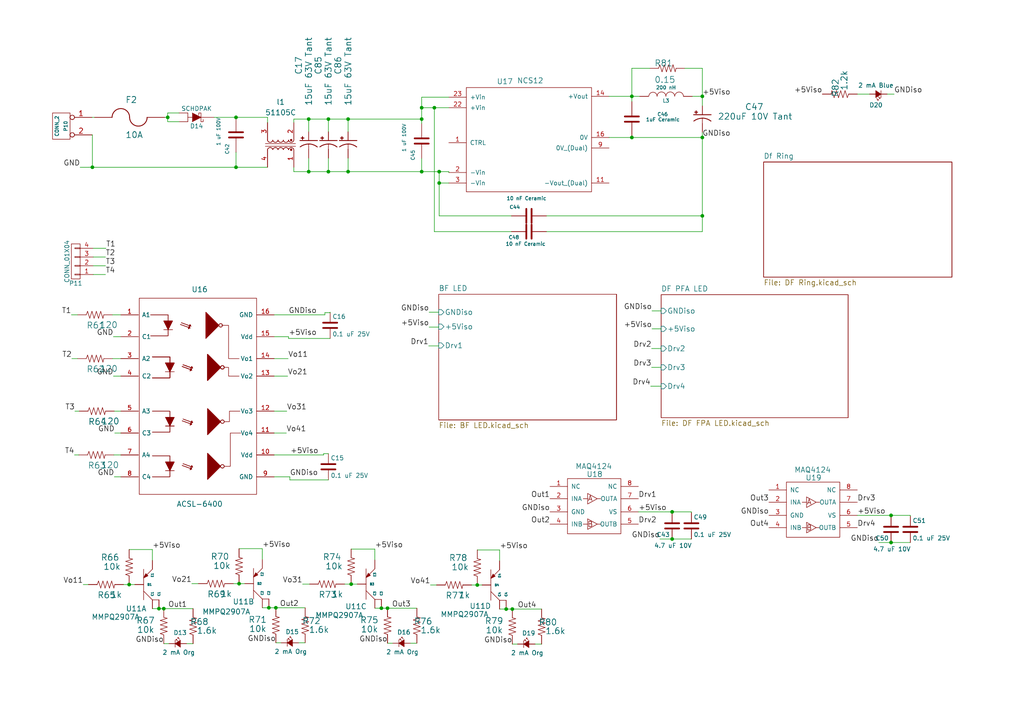
<source format=kicad_sch>
(kicad_sch (version 20230121) (generator eeschema)
  (paper "A4")
  (title_block (date "31 mar 2015"))
  (lib_symbols
    (symbol "SPCInterfaceBoard-v01-rescue:0.22OHM1/4W1%(0805)_0805" (pin_names (offset 2.54))
      (property "Reference" "R" (at -3.81 1.4986 0))
      (property "Value" "0.22OHM1/4W1%(0805)_0805" (at -3.81 -3.302 0))
      (symbol "0.22OHM1/4W1%(0805)_0805_0_0"
        (pin passive line (at -5.08 0 0) (length 2.54) (name "1") (number "1"))
        (pin passive line (at 5.08 0 180) (length 2.54) (name "2") (number "2"))
      )
    )
    (symbol "SPCInterfaceBoard-v01-rescue:10UF-TANT_EIA3216" (pin_names (offset 2.54))
      (property "Reference" "C" (at 1.016 0.635 0))
      (property "Value" "10UF-TANT_EIA3216" (at 1.016 -4.191 0))
      (symbol "10UF-TANT_EIA3216_0_0"
        (pin passive line (at 0 2.54 270) (length 2.54) (name "+") (number "1"))
        (pin passive line (at 0 -5.08 90) (length 2.54) (name "2") (number "2"))
      )
    )
    (symbol "SPCInterfaceBoard-v01-rescue:51105C" (pin_names (offset 1.016))
      (property "Reference" "l" (at 0 -10.414 0))
      (property "Value" "51105C" (at -0.254 12.446 0))
      (symbol "51105C_1_1"
        (pin input line (at 3.81 6.477 270) (length 5.08) (name "~") (number "1"))
        (pin input line (at 3.81 -6.477 90) (length 5.08) (name "~") (number "2"))
        (pin input line (at -3.81 -6.477 90) (length 5.08) (name "~") (number "3"))
        (pin input line (at -3.81 6.477 270) (length 5.08) (name "~") (number "4"))
      )
    )
    (symbol "SPCInterfaceBoard-v01-rescue:ACSL-6400" (pin_names (offset 1.016))
      (property "Reference" "U" (at 0 30.226 0))
      (property "Value" "ACSL-6400" (at 0 -32.004 0))
      (symbol "ACSL-6400_1_1"
        (pin input line (at -22.86 22.86 0) (length 5.08) (name "A1") (number "1"))
        (pin input line (at 21.59 -17.78 180) (length 5.08) (name "Vdd") (number "10"))
        (pin input line (at 21.59 -11.43 180) (length 5.08) (name "Vo4") (number "11"))
        (pin input line (at 21.59 -5.08 180) (length 5.08) (name "Vo3") (number "12"))
        (pin input line (at 21.59 5.08 180) (length 5.08) (name "Vo2") (number "13"))
        (pin input line (at 21.59 10.16 180) (length 5.08) (name "Vo1") (number "14"))
        (pin input line (at 21.59 16.51 180) (length 5.08) (name "Vdd") (number "15"))
        (pin input line (at 21.59 22.86 180) (length 5.08) (name "GND") (number "16"))
        (pin input line (at -22.86 16.51 0) (length 5.08) (name "C1") (number "2"))
        (pin input line (at -22.86 10.16 0) (length 5.08) (name "A2") (number "3"))
        (pin input line (at -22.86 5.08 0) (length 5.08) (name "C2") (number "4"))
        (pin input line (at -22.86 -5.08 0) (length 5.08) (name "A3") (number "5"))
        (pin input line (at -22.86 -11.43 0) (length 5.08) (name "C3") (number "6"))
        (pin input line (at -22.86 -17.78 0) (length 5.08) (name "A4") (number "7"))
        (pin input line (at -22.86 -24.13 0) (length 5.08) (name "C4") (number "8"))
        (pin input line (at 21.59 -24.13 180) (length 5.08) (name "GND") (number "9"))
      )
    )
    (symbol "SPCInterfaceBoard-v01-rescue:C" (pin_numbers hide) (pin_names (offset 0.254))
      (property "Reference" "C" (at 0.635 2.54 0))
      (property "Value" "C" (at 0.635 -2.54 0))
      (symbol "C_1_1"
        (pin passive line (at 0 3.81 270) (length 2.794) (name "~") (number "1"))
        (pin passive line (at 0 -3.81 90) (length 2.794) (name "~") (number "2"))
      )
    )
    (symbol "SPCInterfaceBoard-v01-rescue:C-RESCUE-SPCControlBoard-v02" (pin_numbers hide) (pin_names (offset 0.254))
      (property "Reference" "C" (at 0 2.54 0))
      (property "Value" "C-RESCUE-SPCControlBoard-v02" (at 0.1524 -2.159 0))
      (symbol "C-RESCUE-SPCControlBoard-v02_1_1"
        (pin passive line (at 0 5.08 270) (length 4.318) (name "~") (number "1"))
        (pin passive line (at 0 -5.08 90) (length 4.318) (name "~") (number "2"))
      )
    )
    (symbol "SPCInterfaceBoard-v01-rescue:CONN_01X04" (pin_names (offset 1.016) hide)
      (property "Reference" "P" (at 0 6.35 0))
      (property "Value" "CONN_01X04" (at 2.54 0 90))
      (symbol "CONN_01X04_1_1"
        (pin passive line (at -5.08 3.81 0) (length 3.81) (name "P1") (number "1"))
        (pin passive line (at -5.08 1.27 0) (length 3.81) (name "P2") (number "2"))
        (pin passive line (at -5.08 -1.27 0) (length 3.81) (name "P3") (number "3"))
        (pin passive line (at -5.08 -3.81 0) (length 3.81) (name "P4") (number "4"))
      )
    )
    (symbol "SPCInterfaceBoard-v01-rescue:CONN_2" (pin_names (offset 1.016) hide)
      (property "Reference" "P" (at -1.27 0 90))
      (property "Value" "CONN_2" (at 1.27 0 90))
      (symbol "CONN_2_1_1"
        (pin passive inverted (at -8.89 2.54 0) (length 6.35) (name "P1") (number "1"))
        (pin passive inverted (at -8.89 -2.54 0) (length 6.35) (name "PM") (number "2"))
      )
    )
    (symbol "SPCInterfaceBoard-v01-rescue:FUSEX20MM_FUSE_5MM" (pin_names (offset 2.54))
      (property "Reference" "U" (at -10.16 2.54 0))
      (property "Value" "FUSEX20MM_FUSE_5MM" (at 5.08 2.54 0))
      (symbol "FUSEX20MM_FUSE_5MM_0_0"
        (pin bidirectional line (at -10.16 0 0) (length 5.08) (name "1") (number "1"))
        (pin bidirectional line (at 10.16 0 180) (length 5.08) (name "2") (number "2"))
      )
    )
    (symbol "SPCInterfaceBoard-v01-rescue:INDUCTOR" (pin_numbers hide) (pin_names (offset 1.016) hide)
      (property "Reference" "L" (at -1.27 0 90))
      (property "Value" "INDUCTOR" (at 2.54 0 90))
      (symbol "INDUCTOR_1_1"
        (pin passive line (at 0 7.62 270) (length 2.54) (name "1") (number "1"))
        (pin passive line (at 0 -7.62 90) (length 2.54) (name "2") (number "2"))
      )
    )
    (symbol "SPCInterfaceBoard-v01-rescue:Led_Small" (pin_numbers hide) (pin_names (offset 0.254) hide)
      (property "Reference" "D" (at -1.27 3.175 0))
      (property "Value" "Led_Small" (at -4.445 -2.54 0))
      (symbol "Led_Small_1_1"
        (pin passive line (at -2.54 0 0) (length 1.778) (name "K") (number "1"))
        (pin passive line (at 2.54 0 180) (length 1.778) (name "A") (number "2"))
      )
    )
    (symbol "SPCInterfaceBoard-v01-rescue:MAQ4124" (pin_names (offset 1.016))
      (property "Reference" "U" (at 0 8.89 0))
      (property "Value" "MAQ4124" (at -0.254 11.176 0))
      (symbol "MAQ4124_0_0"
        (text "A" (at -1.27 1.905 0) (effects (font (size 1.524 1.524))))
        (text "B" (at -1.27 -5.588 0) (effects (font (size 1.524 1.524))))
      )
      (symbol "MAQ4124_1_1"
        (pin input line (at -12.954 5.334 0) (length 5.08) (name "NC") (number "1"))
        (pin input line (at -12.954 1.778 0) (length 5.08) (name "INA") (number "2"))
        (pin input line (at -12.954 -2.032 0) (length 5.08) (name "GND") (number "3"))
        (pin input line (at -12.954 -5.588 0) (length 5.08) (name "INB") (number "4"))
        (pin input line (at 12.7 -5.588 180) (length 5.08) (name "OUTB") (number "5"))
        (pin input line (at 12.7 -2.032 180) (length 5.08) (name "VS") (number "6"))
        (pin input line (at 12.7 1.778 180) (length 5.08) (name "OUTA") (number "7"))
        (pin input line (at 12.7 5.334 180) (length 5.08) (name "NC") (number "8"))
      )
    )
    (symbol "SPCInterfaceBoard-v01-rescue:MMPQ2907A" (pin_names (offset 1.016))
      (property "Reference" "U" (at 0 -12.7 0))
      (property "Value" "MMPQ2907A" (at 0 11.43 0))
      (symbol "MMPQ2907A_1_1"
        (pin passive line (at 0 -6.985 90) (length 2.54) (name "C1") (number "1"))
        (pin passive line (at -5.08 0 0) (length 2.54) (name "B1") (number "15"))
        (pin passive line (at 0 6.985 270) (length 2.54) (name "E1") (number "16"))
        (pin passive line (at 1.905 -6.985 90) (length 2.54) (name "C1") (number "2"))
      )
      (symbol "MMPQ2907A_2_1"
        (pin passive line (at -5.08 0 0) (length 2.54) (name "B2") (number "13"))
        (pin passive line (at 0 6.985 270) (length 2.54) (name "E2") (number "14"))
        (pin passive line (at 0 -6.985 90) (length 2.54) (name "C2") (number "3"))
        (pin passive line (at 1.905 -6.985 90) (length 2.54) (name "C2") (number "4"))
      )
      (symbol "MMPQ2907A_3_1"
        (pin passive line (at -5.08 0 0) (length 2.54) (name "B3") (number "11"))
        (pin passive line (at 0 6.985 270) (length 2.54) (name "E3") (number "12"))
        (pin passive line (at 0 -6.985 90) (length 2.54) (name "C3") (number "5"))
        (pin passive line (at 1.905 -6.985 90) (length 2.54) (name "C3") (number "6"))
      )
      (symbol "MMPQ2907A_4_1"
        (pin passive line (at 0 6.985 270) (length 2.54) (name "E4") (number "10"))
        (pin passive line (at 0 -6.985 90) (length 2.54) (name "C4") (number "7"))
        (pin passive line (at 1.905 -6.985 90) (length 2.54) (name "C4") (number "8"))
        (pin passive line (at -5.08 0 0) (length 2.54) (name "B4") (number "9"))
      )
    )
    (symbol "SPCInterfaceBoard-v01-rescue:NCS12" (pin_names (offset 1.016))
      (property "Reference" "U" (at 0 -16.764 0))
      (property "Value" "NCS12" (at 0 18.034 0))
      (symbol "NCS12_1_1"
        (pin input line (at -23.622 0 0) (length 5.08) (name "CTRL") (number "1"))
        (pin input line (at 22.86 -11.684 180) (length 5.08) (name "-Vout_(Dual)") (number "11"))
        (pin input line (at 22.86 13.462 180) (length 5.08) (name "+Vout") (number "14"))
        (pin input line (at 22.86 1.524 180) (length 5.08) (name "0V") (number "16"))
        (pin input line (at -23.622 -8.636 0) (length 5.08) (name "-Vin") (number "2"))
        (pin input line (at -23.622 10.16 0) (length 5.08) (name "+Vin") (number "22"))
        (pin input line (at -23.622 13.208 0) (length 5.08) (name "+Vin") (number "23"))
        (pin input line (at -23.622 -11.684 0) (length 5.08) (name "-Vin") (number "3"))
        (pin input line (at 22.86 -1.524 180) (length 5.08) (name "0V_(Dual)") (number "9"))
      )
    )
    (symbol "SPCInterfaceBoard-v01-rescue:RESISTOR0805-RES_0805" (pin_names (offset 2.54))
      (property "Reference" "R" (at -3.81 1.4986 0))
      (property "Value" "RESISTOR0805-RES_0805" (at -3.81 -3.302 0))
      (symbol "RESISTOR0805-RES_0805_0_0"
        (pin passive line (at -5.08 0 0) (length 2.54) (name "1") (number "1"))
        (pin passive line (at 5.08 0 180) (length 2.54) (name "2") (number "2"))
      )
    )
    (symbol "SPCInterfaceBoard-v01-rescue:SCHDPAK" (pin_numbers hide) (pin_names (offset 1.016) hide)
      (property "Reference" "D" (at 0 2.54 0))
      (property "Value" "SCHDPAK" (at 0 -2.54 0))
      (symbol "SCHDPAK_1_1"
        (pin passive line (at 5.08 -1.27 180) (length 2.54) (name "A") (number "1"))
        (pin passive line (at -5.08 0 0) (length 3.81) (name "K") (number "2"))
        (pin input line (at 5.08 1.27 180) (length 2.54) (name "A") (number "3"))
      )
    )
  )
  (junction (at 112.395 176.403))
  (junction (at 122.301 31.242))
  (junction (at 203.708 39.878))
  (junction (at 122.301 49.784))
  (junction (at 203.708 62.611))
  (junction (at 46.101 176.53))
  (junction (at 127.381 49.784))
  (junction (at 148.59 176.657))
  (junction (at 77.978 176.276))
  (junction (at 110.617 176.403))
  (junction (at 80.01 176.276))
  (junction (at 183.261 27.94))
  (junction (at 122.301 34.544))
  (junction (at 68.453 34.036))
  (junction (at 89.535 34.544))
  (junction (at 95.25 34.544))
  (junction (at 95.25 49.784))
  (junction (at 183.261 39.878))
  (junction (at 258.445 157.353))
  (junction (at 258.445 149.479))
  (junction (at 48.641 34.036))
  (junction (at 101.854 169.418))
  (junction (at 138.43 169.672))
  (junction (at 68.453 48.514))
  (junction (at 100.965 49.784))
  (junction (at 89.535 49.784))
  (junction (at 26.797 48.514))
  (junction (at 37.465 169.545))
  (junction (at 127.381 53.086))
  (junction (at 69.342 169.291))
  (junction (at 125.984 31.242))
  (junction (at 47.498 176.53))
  (junction (at 146.812 176.657))
  (junction (at 203.708 27.94))
  (junction (at 194.945 156.337))
  (junction (at 100.965 34.544))
  (junction (at 194.945 148.463))
  (wire (pts (xy 21.59 131.953) (xy 22.86 131.953)))
  (wire (pts (xy 122.301 28.194) (xy 122.301 31.242)))
  (wire (pts (xy 95.25 38.227) (xy 95.25 34.544)))
  (wire (pts (xy 122.301 45.974) (xy 122.301 49.784)))
  (wire (pts (xy 127.381 53.086) (xy 127.381 62.611)))
  (wire (pts (xy 157.099 186.817) (xy 155.194 186.817)))
  (wire (pts (xy 130.175 28.194) (xy 122.301 28.194)))
  (wire (pts (xy 85.217 49.784) (xy 89.535 49.784)))
  (wire (pts (xy 144.907 159.512) (xy 144.907 162.687)))
  (wire (pts (xy 68.453 34.036) (xy 77.597 34.036)))
  (wire (pts (xy 88.519 186.436) (xy 86.614 186.436)))
  (wire (pts (xy 47.752 34.036) (xy 48.641 34.036)))
  (wire (pts (xy 27.051 74.549) (xy 30.607 74.549)))
  (wire (pts (xy 258.445 149.479) (xy 264.033 149.479)))
  (wire (pts (xy 84.074 138.303) (xy 84.074 139.192)))
  (wire (pts (xy 124.333 100.33) (xy 127.254 100.33)))
  (wire (pts (xy 148.59 186.817) (xy 150.114 186.817)))
  (wire (pts (xy 185.166 148.463) (xy 194.945 148.463)))
  (wire (pts (xy 146.812 176.657) (xy 148.59 176.657)))
  (wire (pts (xy 44.196 176.53) (xy 46.101 176.53)))
  (wire (pts (xy 30.734 72.009) (xy 27.051 72.009)))
  (wire (pts (xy 77.597 34.036) (xy 77.597 35.56)))
  (wire (pts (xy 125.984 31.242) (xy 130.175 31.242)))
  (wire (pts (xy 47.498 186.69) (xy 49.022 186.69)))
  (wire (pts (xy 122.301 34.544) (xy 122.301 35.814)))
  (wire (pts (xy 124.46 90.551) (xy 127.254 90.551)))
  (wire (pts (xy 183.261 39.878) (xy 183.261 39.624)))
  (wire (pts (xy 108.712 176.403) (xy 110.617 176.403)))
  (wire (pts (xy 33.147 138.303) (xy 35.052 138.303)))
  (wire (pts (xy 22.479 91.313) (xy 20.701 91.313)))
  (wire (pts (xy 37.465 169.545) (xy 39.116 169.545)))
  (wire (pts (xy 183.261 19.812) (xy 183.261 27.94)))
  (wire (pts (xy 69.342 159.131) (xy 76.073 159.131)))
  (wire (pts (xy 257.302 27.305) (xy 259.334 27.305)))
  (wire (pts (xy 112.395 176.403) (xy 120.904 176.403)))
  (wire (pts (xy 94.234 90.678) (xy 95.758 90.678)))
  (wire (pts (xy 33.02 131.953) (xy 35.052 131.953)))
  (wire (pts (xy 94.234 91.313) (xy 94.234 90.678)))
  (wire (pts (xy 183.261 19.812) (xy 188.468 19.812)))
  (wire (pts (xy 124.46 94.869) (xy 127.254 94.869)))
  (wire (pts (xy 95.758 90.678) (xy 95.758 90.551)))
  (wire (pts (xy 85.217 35.56) (xy 85.217 34.544)))
  (wire (pts (xy 189.103 90.17) (xy 191.77 90.17)))
  (wire (pts (xy 68.453 48.514) (xy 68.453 44.196)))
  (wire (pts (xy 26.797 39.116) (xy 26.797 48.514)))
  (wire (pts (xy 83.693 97.663) (xy 83.693 98.171)))
  (wire (pts (xy 80.01 186.436) (xy 81.534 186.436)))
  (wire (pts (xy 127.254 100.33) (xy 127.254 100.203)))
  (wire (pts (xy 23.241 48.514) (xy 26.797 48.514)))
  (wire (pts (xy 79.502 104.013) (xy 83.566 104.013)))
  (wire (pts (xy 68.453 48.514) (xy 77.597 48.514)))
  (wire (pts (xy 101.854 159.258) (xy 108.712 159.258)))
  (wire (pts (xy 79.502 119.253) (xy 83.185 119.253)))
  (wire (pts (xy 95.25 34.544) (xy 100.965 34.544)))
  (wire (pts (xy 189.103 95.377) (xy 191.77 95.377)))
  (wire (pts (xy 101.854 169.418) (xy 103.632 169.418)))
  (wire (pts (xy 248.666 27.305) (xy 252.222 27.305)))
  (wire (pts (xy 26.797 48.514) (xy 68.453 48.514)))
  (wire (pts (xy 32.893 109.093) (xy 35.052 109.093)))
  (wire (pts (xy 67.691 169.291) (xy 69.342 169.291)))
  (wire (pts (xy 183.261 27.94) (xy 185.547 27.94)))
  (wire (pts (xy 21.717 119.253) (xy 22.987 119.253)))
  (wire (pts (xy 26.67 39.116) (xy 26.797 39.116)))
  (wire (pts (xy 76.073 176.276) (xy 77.978 176.276)))
  (wire (pts (xy 55.626 169.291) (xy 57.531 169.291)))
  (wire (pts (xy 33.147 119.253) (xy 35.052 119.253)))
  (wire (pts (xy 200.787 27.94) (xy 203.708 27.94)))
  (wire (pts (xy 194.945 148.463) (xy 200.533 148.463)))
  (wire (pts (xy 138.43 169.672) (xy 139.827 169.672)))
  (wire (pts (xy 191.389 156.337) (xy 194.945 156.337)))
  (wire (pts (xy 183.261 39.878) (xy 203.708 39.878)))
  (wire (pts (xy 136.779 169.672) (xy 138.43 169.672)))
  (wire (pts (xy 176.657 27.94) (xy 183.261 27.94)))
  (wire (pts (xy 127.381 62.611) (xy 148.336 62.611)))
  (wire (pts (xy 48.641 35.306) (xy 51.943 35.306)))
  (wire (pts (xy 183.261 27.94) (xy 183.261 29.464)))
  (wire (pts (xy 176.657 39.878) (xy 183.261 39.878)))
  (wire (pts (xy 127.381 49.784) (xy 130.175 49.784)))
  (wire (pts (xy 258.445 157.353) (xy 264.033 157.353)))
  (wire (pts (xy 188.976 106.553) (xy 191.77 106.553)))
  (wire (pts (xy 100.965 34.544) (xy 122.301 34.544)))
  (wire (pts (xy 32.639 91.313) (xy 35.052 91.313)))
  (wire (pts (xy 35.814 169.545) (xy 37.465 169.545)))
  (wire (pts (xy 125.984 67.183) (xy 125.984 31.242)))
  (wire (pts (xy 203.708 39.878) (xy 203.708 62.611)))
  (wire (pts (xy 148.59 176.657) (xy 157.099 176.657)))
  (wire (pts (xy 198.628 19.812) (xy 203.708 19.812)))
  (wire (pts (xy 95.25 45.847) (xy 95.25 49.784)))
  (wire (pts (xy 79.502 109.093) (xy 83.439 109.093)))
  (wire (pts (xy 85.217 48.514) (xy 85.217 49.784)))
  (wire (pts (xy 48.641 32.766) (xy 51.943 32.766)))
  (wire (pts (xy 76.073 159.131) (xy 76.073 162.306)))
  (wire (pts (xy 26.67 34.036) (xy 27.432 34.036)))
  (wire (pts (xy 83.693 98.171) (xy 95.758 98.171)))
  (wire (pts (xy 89.535 38.227) (xy 89.535 34.544)))
  (wire (pts (xy 122.301 31.242) (xy 122.301 34.544)))
  (wire (pts (xy 77.978 176.276) (xy 80.01 176.276)))
  (wire (pts (xy 95.25 49.784) (xy 100.965 49.784)))
  (wire (pts (xy 124.841 169.672) (xy 126.619 169.672)))
  (wire (pts (xy 127.381 53.086) (xy 130.175 53.086)))
  (wire (pts (xy 89.535 49.784) (xy 95.25 49.784)))
  (wire (pts (xy 79.502 125.603) (xy 83.058 125.603)))
  (wire (pts (xy 99.949 169.418) (xy 101.854 169.418)))
  (wire (pts (xy 122.301 49.784) (xy 127.381 49.784)))
  (wire (pts (xy 203.708 27.94) (xy 203.708 30.734)))
  (wire (pts (xy 108.712 159.258) (xy 108.712 162.433)))
  (wire (pts (xy 191.77 112.014) (xy 188.722 112.014)))
  (wire (pts (xy 258.445 149.479) (xy 258.445 149.733)))
  (wire (pts (xy 37.465 159.385) (xy 44.196 159.385)))
  (wire (pts (xy 62.103 34.036) (xy 68.453 34.036)))
  (wire (pts (xy 84.074 138.303) (xy 79.502 138.303)))
  (wire (pts (xy 203.708 62.611) (xy 203.708 67.183)))
  (wire (pts (xy 33.274 125.603) (xy 35.052 125.603)))
  (wire (pts (xy 194.945 148.463) (xy 194.945 148.717)))
  (wire (pts (xy 27.051 79.629) (xy 30.607 79.629)))
  (wire (pts (xy 47.498 176.53) (xy 56.007 176.53)))
  (wire (pts (xy 248.666 149.479) (xy 258.445 149.479)))
  (wire (pts (xy 127.381 49.784) (xy 127.381 53.086)))
  (wire (pts (xy 203.708 62.611) (xy 158.496 62.611)))
  (wire (pts (xy 79.502 91.313) (xy 94.234 91.313)))
  (wire (pts (xy 138.43 159.512) (xy 144.907 159.512)))
  (wire (pts (xy 80.01 176.276) (xy 88.519 176.276)))
  (wire (pts (xy 122.301 31.242) (xy 125.984 31.242)))
  (wire (pts (xy 203.708 67.183) (xy 158.496 67.183)))
  (wire (pts (xy 79.502 97.663) (xy 83.693 97.663)))
  (wire (pts (xy 89.535 45.847) (xy 89.535 49.784)))
  (wire (pts (xy 89.535 34.544) (xy 95.25 34.544)))
  (wire (pts (xy 254.889 157.353) (xy 258.445 157.353)))
  (wire (pts (xy 32.893 97.663) (xy 35.052 97.663)))
  (wire (pts (xy 48.641 32.766) (xy 48.641 34.036)))
  (wire (pts (xy 87.757 169.418) (xy 89.789 169.418)))
  (wire (pts (xy 32.639 104.013) (xy 35.052 104.013)))
  (wire (pts (xy 79.502 131.953) (xy 93.853 131.953)))
  (wire (pts (xy 144.907 176.657) (xy 146.812 176.657)))
  (wire (pts (xy 84.074 139.192) (xy 95.25 139.192)))
  (wire (pts (xy 93.853 131.572) (xy 95.25 131.572)))
  (wire (pts (xy 203.708 38.354) (xy 203.708 39.878)))
  (wire (pts (xy 24.13 169.545) (xy 25.654 169.545)))
  (wire (pts (xy 100.965 45.847) (xy 100.965 49.784)))
  (wire (pts (xy 69.342 169.291) (xy 70.993 169.291)))
  (wire (pts (xy 110.617 176.403) (xy 112.395 176.403)))
  (wire (pts (xy 85.217 34.544) (xy 89.535 34.544)))
  (wire (pts (xy 20.828 104.013) (xy 22.479 104.013)))
  (wire (pts (xy 44.196 159.385) (xy 44.196 162.56)))
  (wire (pts (xy 93.853 131.953) (xy 93.853 131.572)))
  (wire (pts (xy 46.101 176.53) (xy 47.498 176.53)))
  (wire (pts (xy 100.965 49.784) (xy 122.301 49.784)))
  (wire (pts (xy 48.641 34.036) (xy 48.641 35.306)))
  (wire (pts (xy 56.007 186.69) (xy 54.102 186.69)))
  (wire (pts (xy 194.945 156.337) (xy 200.533 156.337)))
  (wire (pts (xy 100.965 38.227) (xy 100.965 34.544)))
  (wire (pts (xy 264.033 149.479) (xy 264.033 149.733)))
  (wire (pts (xy 120.904 186.563) (xy 118.999 186.563)))
  (wire (pts (xy 130.175 49.784) (xy 130.175 50.038)))
  (wire (pts (xy 148.336 67.183) (xy 125.984 67.183)))
  (wire (pts (xy 127.254 94.869) (xy 127.254 94.742)))
  (wire (pts (xy 188.976 101.092) (xy 191.77 101.092)))
  (wire (pts (xy 27.051 77.089) (xy 30.607 77.089)))
  (wire (pts (xy 200.533 148.463) (xy 200.533 148.717)))
  (wire (pts (xy 112.395 186.563) (xy 113.919 186.563)))
  (wire (pts (xy 203.708 19.812) (xy 203.708 27.94)))
  (label "Out1" (at 48.768 176.53 0) (effects (font (size 1.524 1.524))))
  (label "+5Viso" (at 185.166 148.463 0) (effects (font (size 1.524 1.524))))
  (label "Drv3" (at 188.976 106.553 180) (effects (font (size 1.524 1.524))))
  (label "Drv1" (at 185.166 144.653 0) (effects (font (size 1.524 1.524))))
  (label "Drv2" (at 185.166 152.019 0) (effects (font (size 1.524 1.524))))
  (label "Out4" (at 150.114 176.657 0) (effects (font (size 1.524 1.524))))
  (label "+5Viso" (at 238.506 27.305 180) (effects (font (size 1.524 1.524))))
  (label "GND" (at 23.241 48.514 180) (effects (font (size 1.524 1.524))))
  (label "T4" (at 21.59 131.953 180) (effects (font (size 1.524 1.524))))
  (label "Out3" (at 113.665 176.403 0) (effects (font (size 1.524 1.524))))
  (label "Drv4" (at 248.666 153.035 0) (effects (font (size 1.524 1.524))))
  (label "+5Viso" (at 203.708 27.94 0) (effects (font (size 1.524 1.524))))
  (label "T2" (at 20.828 104.013 180) (effects (font (size 1.524 1.524))))
  (label "+5Viso" (at 108.712 159.258 0) (effects (font (size 1.524 1.524))))
  (label "+5Viso" (at 248.666 149.479 0) (effects (font (size 1.524 1.524))))
  (label "GNDiso" (at 83.693 91.313 0) (effects (font (size 1.524 1.524))))
  (label "+5Viso" (at 144.907 159.512 0) (effects (font (size 1.524 1.524))))
  (label "T2" (at 30.607 74.549 0) (effects (font (size 1.524 1.524))))
  (label "Out3" (at 223.012 145.669 180) (effects (font (size 1.524 1.524))))
  (label "GNDiso" (at 259.334 27.305 0) (effects (font (size 1.524 1.524))))
  (label "Vo41" (at 124.841 169.672 180) (effects (font (size 1.524 1.524))))
  (label "GNDiso" (at 189.103 90.17 180) (effects (font (size 1.524 1.524))))
  (label "GNDiso" (at 148.59 186.817 180) (effects (font (size 1.524 1.524))))
  (label "Drv4" (at 188.722 112.014 180) (effects (font (size 1.524 1.524))))
  (label "+5Viso" (at 83.693 97.663 0) (effects (font (size 1.524 1.524))))
  (label "GNDiso" (at 203.708 39.878 0) (effects (font (size 1.524 1.524))))
  (label "GNDiso" (at 47.498 186.69 180) (effects (font (size 1.524 1.524))))
  (label "T4" (at 30.607 79.629 0) (effects (font (size 1.524 1.524))))
  (label "GND" (at 33.147 138.303 180) (effects (font (size 1.524 1.524))))
  (label "Vo11" (at 24.13 169.545 180) (effects (font (size 1.524 1.524))))
  (label "GNDiso" (at 112.395 186.563 180) (effects (font (size 1.524 1.524))))
  (label "Out4" (at 223.012 153.035 180) (effects (font (size 1.524 1.524))))
  (label "+5Viso" (at 84.201 131.953 0) (effects (font (size 1.524 1.524))))
  (label "Drv3" (at 248.666 145.669 0) (effects (font (size 1.524 1.524))))
  (label "GND" (at 32.893 97.663 180) (effects (font (size 1.524 1.524))))
  (label "T1" (at 20.701 91.313 180) (effects (font (size 1.524 1.524))))
  (label "+5Viso" (at 189.103 95.377 180) (effects (font (size 1.524 1.524))))
  (label "Vo31" (at 83.185 119.253 0) (effects (font (size 1.524 1.524))))
  (label "GNDiso" (at 80.01 186.436 180) (effects (font (size 1.524 1.524))))
  (label "GNDiso" (at 254.889 157.353 180) (effects (font (size 1.524 1.524))))
  (label "GND" (at 32.893 109.093 180) (effects (font (size 1.524 1.524))))
  (label "T3" (at 21.717 119.253 180) (effects (font (size 1.524 1.524))))
  (label "GNDiso" (at 223.012 149.479 180) (effects (font (size 1.524 1.524))))
  (label "Out2" (at 159.512 152.019 180) (effects (font (size 1.524 1.524))))
  (label "GNDiso" (at 84.074 138.303 0) (effects (font (size 1.524 1.524))))
  (label "Out2" (at 81.153 176.276 0) (effects (font (size 1.524 1.524))))
  (label "GNDiso" (at 159.512 148.463 180) (effects (font (size 1.524 1.524))))
  (label "Vo11" (at 83.566 104.013 0) (effects (font (size 1.524 1.524))))
  (label "+5Viso" (at 76.073 159.131 0) (effects (font (size 1.524 1.524))))
  (label "Vo21" (at 83.439 109.093 0) (effects (font (size 1.524 1.524))))
  (label "GNDiso" (at 191.389 156.337 180) (effects (font (size 1.524 1.524))))
  (label "Out1" (at 159.512 144.653 180) (effects (font (size 1.524 1.524))))
  (label "Vo31" (at 87.757 169.418 180) (effects (font (size 1.524 1.524))))
  (label "Drv1" (at 124.333 100.33 180) (effects (font (size 1.524 1.524))))
  (label "Vo21" (at 55.626 169.291 180) (effects (font (size 1.524 1.524))))
  (label "+5Viso" (at 124.46 94.869 180) (effects (font (size 1.524 1.524))))
  (label "GND" (at 33.274 125.603 180) (effects (font (size 1.524 1.524))))
  (label "Drv2" (at 188.976 101.092 180) (effects (font (size 1.524 1.524))))
  (label "Vo41" (at 83.058 125.603 0) (effects (font (size 1.524 1.524))))
  (label "+5Viso" (at 44.196 159.385 0) (effects (font (size 1.524 1.524))))
  (label "GNDiso" (at 124.46 90.551 180) (effects (font (size 1.524 1.524))))
  (label "T3" (at 30.607 77.089 0) (effects (font (size 1.524 1.524))))
  (label "T1" (at 30.734 72.009 0) (effects (font (size 1.524 1.524))))
  (symbol (lib_id "SPCInterfaceBoard-v01-rescue:FUSEX20MM_FUSE_5MM") (at 37.592 34.036 0) (unit 1)
    (property "Reference" "F2" (at 36.322 28.956 0) (effects (font (size 1.778 1.778)) (justify left)))
    (property "Value" "10A" (at 36.322 39.116 0) (effects (font (size 1.778 1.778)) (justify left)))
    (property "Footprint" "SMD_Packages:Fuse_SMD" (effects hide))
    (property "Datasheet" "http://www.littelfuse.com/~/media/electronics/datasheets/fuses/littelfuse_fuse_154_154t_154l_154tl_datasheet.pdf.pdf" (effects hide))
    (property "Link" "http://www.digikey.com/product-detail/en/01550900M/F1889-ND/2519878" (effects hide))
  )
  (symbol (lib_id "SPCInterfaceBoard-v01-rescue:C-RESCUE-SPCControlBoard-v02") (at 183.261 34.544 0) (unit 1)
    (property "Reference" "C46" (at 190.627 33.147 0) (effects (font (size 1.016 1.016)) (justify left)))
    (property "Value" "1uF Ceramic" (at 187.325 34.671 0) (effects (font (size 1.016 1.016)) (justify left)))
    (property "Footprint" "SPCInterfaceBoard-SPCPWSSC:c_0805" (effects hide))
    (property "Datasheet" "http://www.kemet.com/docfinder?Partnumber=C1210C105J5RACTU" (effects hide))
    (property "Link" "http://www.digikey.com/product-detail/en/C1210C105J5RACTU/399-9399-1-ND/3522917" (effects hide))
  )
  (symbol (lib_id "SPCInterfaceBoard-v01-rescue:10UF-TANT_EIA3216") (at 203.708 33.274 0) (unit 1)
    (property "Reference" "C47" (at 216.027 30.988 0) (effects (font (size 1.778 1.778)) (justify left)))
    (property "Value" "220uF 10V Tant" (at 208.153 33.782 0) (effects (font (size 1.778 1.778)) (justify left)))
    (property "Footprint" "Capacitors_Tantalum_SMD:TantalC_SizeD_EIA-7343_Reflow" (effects hide))
    (property "Datasheet" "http://www.kemet.com/Lists/ProductCatalog/Attachments/421/KEM_T2015_T520.pdf" (effects hide))
    (property "Link" "http://www.digikey.com/product-detail/en/T520D227M010ATE040/399-4047-1-ND/819372" (effects hide))
  )
  (symbol (lib_id "SPCInterfaceBoard-v01-rescue:0.22OHM1/4W1%(0805)_0805") (at 193.548 19.812 0) (unit 1)
    (property "Reference" "R81" (at 189.738 18.3134 0) (effects (font (size 1.778 1.778)) (justify left)))
    (property "Value" "0.15" (at 189.738 23.114 0) (effects (font (size 1.778 1.778)) (justify left)))
    (property "Footprint" "w_smd_resistors:r_1206" (effects hide))
    (property "Datasheet" "http://www.te.com/commerce/DocumentDelivery/DDEController?Action=srchrtrv&DocNm=1773269&DocType=DS&DocLang=English" (effects hide))
    (property "Link" "http://www.digikey.com/product-detail/en/6-1622825-7/A103270CT-ND/2728545" (effects hide))
  )
  (symbol (lib_id "SPCInterfaceBoard-v01-rescue:INDUCTOR") (at 193.167 27.94 90) (unit 1)
    (property "Reference" "L3" (at 193.167 29.21 90) (effects (font (size 1.016 1.016))))
    (property "Value" "200 nH" (at 193.167 25.4 90) (effects (font (size 1.016 1.016))))
    (property "Footprint" "librarian_footprints:IHLP-1212BZ-11" (effects hide))
    (property "Datasheet" "http://www.vishay.com/docs/34289/lp12bz11.pdf" (effects hide))
    (property "Link" "http://www.digikey.com/product-detail/en/IHLP1212BZERR22M11/541-1314-1-ND/2273371" (effects hide))
  )
  (symbol (lib_id "SPCInterfaceBoard-v01-rescue:C-RESCUE-SPCControlBoard-v02") (at 153.416 62.611 90) (unit 1)
    (property "Reference" "C44" (at 150.876 60.071 90) (effects (font (size 1.016 1.016)) (justify left)))
    (property "Value" "10 nF Ceramic" (at 158.496 57.531 90) (effects (font (size 1.016 1.016)) (justify left)))
    (property "Footprint" "Capacitors_SMD:C_1210" (effects hide))
    (property "Datasheet" "http://www.digikey.com/product-detail/en/C3225C0G2E103J160AA/445-2350-1-ND/789859" (effects hide))
  )
  (symbol (lib_id "SPCInterfaceBoard-v01-rescue:CONN_2") (at 17.78 36.576 0) (mirror y) (unit 1)
    (property "Reference" "P10" (at 19.05 36.576 90) (effects (font (size 1.016 1.016))))
    (property "Value" "CONN_2" (at 16.51 36.576 90) (effects (font (size 1.016 1.016))))
    (property "Footprint" "w_conn_mpt:mpt_0,5%2f2-2,54" (effects hide))
  )
  (symbol (lib_id "SPCInterfaceBoard-v01-rescue:ACSL-6400") (at 57.912 114.173 0) (unit 1)
    (property "Reference" "U16" (at 57.912 83.947 0) (effects (font (size 1.524 1.524))))
    (property "Value" "ACSL-6400" (at 57.912 146.177 0) (effects (font (size 1.524 1.524))))
    (property "Footprint" "Housings_SOIC:SOIC-16_3.9x9.9mm_Pitch1.27mm" (effects hide))
  )
  (symbol (lib_id "SPCInterfaceBoard-v01-rescue:C") (at 95.758 94.361 0) (unit 1)
    (property "Reference" "C16" (at 96.393 91.821 0) (effects (justify left)))
    (property "Value" "0.1 uF 25V" (at 96.393 96.901 0) (effects (justify left)))
    (property "Footprint" "SPCInterfaceBoard-SPCPWSSC:c_0603" (effects hide))
    (property "Datasheet" "http://www.digikey.com/product-detail/en/GRM188R71E104KA01D/490-1524-1-ND/587865" (effects hide))
  )
  (symbol (lib_id "SPCInterfaceBoard-v01-rescue:C") (at 95.25 135.382 0) (unit 1)
    (property "Reference" "C15" (at 95.885 132.842 0) (effects (justify left)))
    (property "Value" "0.1 uF 25V" (at 95.885 137.922 0) (effects (justify left)))
    (property "Footprint" "SPCInterfaceBoard-SPCPWSSC:c_0603" (effects hide))
    (property "Datasheet" "http://www.digikey.com/product-detail/en/GRM188R71E104KA01D/490-1524-1-ND/587865" (effects hide))
  )
  (symbol (lib_id "SPCInterfaceBoard-v01-rescue:RESISTOR0805-RES_0805") (at 27.559 91.313 0) (unit 1)
    (property "Reference" "R61" (at 25.019 94.361 0) (effects (font (size 1.778 1.778)) (justify left)))
    (property "Value" "120" (at 28.829 94.234 0) (effects (font (size 1.778 1.778)) (justify left)))
    (property "Footprint" "SPCInterfaceBoard-SPCPWSSC:r_0603" (effects hide))
    (property "Datasheet" "http://www.digikey.com/product-detail/en/ERA-3AEB121V/P120DBCT-ND/1466030" (effects hide))
  )
  (symbol (lib_id "SPCInterfaceBoard-v01-rescue:RESISTOR0805-RES_0805") (at 27.559 104.013 0) (unit 1)
    (property "Reference" "R62" (at 25.019 107.061 0) (effects (font (size 1.778 1.778)) (justify left)))
    (property "Value" "120" (at 28.829 106.934 0) (effects (font (size 1.778 1.778)) (justify left)))
    (property "Footprint" "SPCInterfaceBoard-SPCPWSSC:r_0603" (effects hide))
    (property "Datasheet" "http://www.digikey.com/product-detail/en/ERA-3AEB121V/P120DBCT-ND/1466030" (effects hide))
  )
  (symbol (lib_id "SPCInterfaceBoard-v01-rescue:RESISTOR0805-RES_0805") (at 28.067 119.253 0) (unit 1)
    (property "Reference" "R64" (at 25.527 122.301 0) (effects (font (size 1.778 1.778)) (justify left)))
    (property "Value" "120" (at 29.337 122.174 0) (effects (font (size 1.778 1.778)) (justify left)))
    (property "Footprint" "SPCInterfaceBoard-SPCPWSSC:r_0603" (effects hide))
    (property "Datasheet" "http://www.digikey.com/product-detail/en/ERA-3AEB121V/P120DBCT-ND/1466030" (effects hide))
  )
  (symbol (lib_id "SPCInterfaceBoard-v01-rescue:RESISTOR0805-RES_0805") (at 27.94 131.953 0) (unit 1)
    (property "Reference" "R63" (at 25.4 135.001 0) (effects (font (size 1.778 1.778)) (justify left)))
    (property "Value" "120" (at 29.21 134.874 0) (effects (font (size 1.778 1.778)) (justify left)))
    (property "Footprint" "SPCInterfaceBoard-SPCPWSSC:r_0603" (effects hide))
    (property "Datasheet" "http://www.digikey.com/product-detail/en/ERA-3AEB121V/P120DBCT-ND/1466030" (effects hide))
  )
  (symbol (lib_id "SPCInterfaceBoard-v01-rescue:CONN_01X04") (at 21.971 75.819 180) (unit 1)
    (property "Reference" "P11" (at 21.971 82.169 0))
    (property "Value" "CONN_01X04" (at 19.431 75.819 90))
    (property "Footprint" "w_conn_mpt:mpt_0,5%2f4-2,54" (effects hide))
  )
  (symbol (lib_id "SPCInterfaceBoard-v01-rescue:MMPQ2907A") (at 44.196 169.545 0) (unit 1)
    (property "Reference" "U11" (at 39.497 176.53 0) (effects (font (size 1.524 1.524))))
    (property "Value" "MMPQ2907A" (at 33.528 178.943 0) (effects (font (size 1.524 1.524))))
    (property "Footprint" "SMD_Packages:SO-16-N" (effects hide))
    (instances (project "SPCInterfaceBoard-v01" (path "" (reference "U11") (unit 1)) (path "" (reference "U?") (unit 1))))
  )
  (symbol (lib_id "SPCInterfaceBoard-v01-rescue:MMPQ2907A") (at 76.073 169.291 0) (unit 2)
    (property "Reference" "U11" (at 70.612 174.498 0) (effects (font (size 1.524 1.524))))
    (property "Value" "MMPQ2907A" (at 65.659 177.419 0) (effects (font (size 1.524 1.524))))
    (property "Footprint" "SMD_Packages:SO-16-N" (effects hide))
    (instances (project "SPCInterfaceBoard-v01" (path "" (reference "U11") (unit 2)) (path "" (reference "U?") (unit 2))))
  )
  (symbol (lib_id "SPCInterfaceBoard-v01-rescue:MMPQ2907A") (at 108.712 169.418 0) (unit 3)
    (property "Reference" "U11" (at 103.251 175.895 0) (effects (font (size 1.524 1.524))))
    (property "Value" "MMPQ2907A" (at 98.425 178.435 0) (effects (font (size 1.524 1.524))))
    (property "Footprint" "SMD_Packages:SO-16-N" (effects hide))
    (instances (project "SPCInterfaceBoard-v01" (path "" (reference "U11") (unit 3)) (path "" (reference "U?") (unit 3))))
  )
  (symbol (lib_id "SPCInterfaceBoard-v01-rescue:MMPQ2907A") (at 144.907 169.672 0) (unit 4)
    (property "Reference" "U11" (at 139.319 175.768 0) (effects (font (size 1.524 1.524))))
    (property "Value" "MMPQ2907A" (at 134.747 178.181 0) (effects (font (size 1.524 1.524))))
    (property "Footprint" "SMD_Packages:SO-16-N" (effects hide))
    (instances (project "SPCInterfaceBoard-v01" (path "" (reference "U11") (unit 4)) (path "" (reference "U?") (unit 4))))
  )
  (symbol (lib_id "SPCInterfaceBoard-v01-rescue:RESISTOR0805-RES_0805") (at 37.465 164.465 90) (unit 1)
    (property "Reference" "R66" (at 34.671 161.671 90) (effects (font (size 1.778 1.778)) (justify left)))
    (property "Value" "10k" (at 35.052 164.338 90) (effects (font (size 1.778 1.778)) (justify left)))
    (property "Footprint" "SPCInterfaceBoard-SPCPWSSC:r_0603" (effects hide))
    (property "Datasheet" "http://www.digikey.com/product-detail/en/ERA-3AEB103V/P10KDBCT-ND/1466076" (effects hide))
  )
  (symbol (lib_id "SPCInterfaceBoard-v01-rescue:RESISTOR0805-RES_0805") (at 30.734 169.545 0) (unit 1)
    (property "Reference" "R65" (at 28.194 172.593 0) (effects (font (size 1.778 1.778)) (justify left)))
    (property "Value" "1k" (at 32.004 172.466 0) (effects (font (size 1.778 1.778)) (justify left)))
    (property "Footprint" "SPCInterfaceBoard-SPCPWSSC:r_0603" (effects hide))
    (property "Datasheet" "http://www.digikey.com/product-detail/en/ERA-3AEB102V/P1.0KDBCT-ND/1466052" (effects hide))
  )
  (symbol (lib_id "SPCInterfaceBoard-v01-rescue:RESISTOR0805-RES_0805") (at 47.498 181.61 90) (unit 1)
    (property "Reference" "R67" (at 44.958 179.959 90) (effects (font (size 1.778 1.778)) (justify left)))
    (property "Value" "10k" (at 44.831 182.626 90) (effects (font (size 1.778 1.778)) (justify left)))
    (property "Footprint" "SPCInterfaceBoard-SPCPWSSC:r_0603" (effects hide))
    (property "Datasheet" "http://www.digikey.com/product-detail/en/ERA-3AEB103V/P10KDBCT-ND/1466076" (effects hide))
  )
  (symbol (lib_id "SPCInterfaceBoard-v01-rescue:RESISTOR0805-RES_0805") (at 80.01 181.356 90) (unit 1)
    (property "Reference" "R71" (at 77.47 179.705 90) (effects (font (size 1.778 1.778)) (justify left)))
    (property "Value" "10k" (at 77.343 182.372 90) (effects (font (size 1.778 1.778)) (justify left)))
    (property "Footprint" "SPCInterfaceBoard-SPCPWSSC:r_0603" (effects hide))
    (property "Datasheet" "http://www.digikey.com/product-detail/en/ERA-3AEB103V/P10KDBCT-ND/1466076" (effects hide))
  )
  (symbol (lib_id "SPCInterfaceBoard-v01-rescue:RESISTOR0805-RES_0805") (at 112.395 181.483 90) (unit 1)
    (property "Reference" "R75" (at 109.855 179.832 90) (effects (font (size 1.778 1.778)) (justify left)))
    (property "Value" "10k" (at 109.728 182.499 90) (effects (font (size 1.778 1.778)) (justify left)))
    (property "Footprint" "SPCInterfaceBoard-SPCPWSSC:r_0603" (effects hide))
    (property "Datasheet" "http://www.digikey.com/product-detail/en/ERA-3AEB103V/P10KDBCT-ND/1466076" (effects hide))
  )
  (symbol (lib_id "SPCInterfaceBoard-v01-rescue:RESISTOR0805-RES_0805") (at 148.59 181.737 90) (unit 1)
    (property "Reference" "R79" (at 146.05 180.086 90) (effects (font (size 1.778 1.778)) (justify left)))
    (property "Value" "10k" (at 145.923 182.753 90) (effects (font (size 1.778 1.778)) (justify left)))
    (property "Footprint" "SPCInterfaceBoard-SPCPWSSC:r_0603" (effects hide))
    (property "Datasheet" "http://www.digikey.com/product-detail/en/ERA-3AEB103V/P10KDBCT-ND/1466076" (effects hide))
  )
  (symbol (lib_id "SPCInterfaceBoard-v01-rescue:RESISTOR0805-RES_0805") (at 62.611 169.291 0) (unit 1)
    (property "Reference" "R69" (at 60.071 172.339 0) (effects (font (size 1.778 1.778)) (justify left)))
    (property "Value" "1k" (at 63.881 172.212 0) (effects (font (size 1.778 1.778)) (justify left)))
    (property "Footprint" "SPCInterfaceBoard-SPCPWSSC:r_0603" (effects hide))
    (property "Datasheet" "http://www.digikey.com/product-detail/en/ERA-3AEB102V/P1.0KDBCT-ND/1466052" (effects hide))
  )
  (symbol (lib_id "SPCInterfaceBoard-v01-rescue:RESISTOR0805-RES_0805") (at 94.869 169.418 0) (unit 1)
    (property "Reference" "R73" (at 92.329 172.466 0) (effects (font (size 1.778 1.778)) (justify left)))
    (property "Value" "1k" (at 96.139 172.339 0) (effects (font (size 1.778 1.778)) (justify left)))
    (property "Footprint" "SPCInterfaceBoard-SPCPWSSC:r_0603" (effects hide))
    (property "Datasheet" "http://www.digikey.com/product-detail/en/ERA-3AEB102V/P1.0KDBCT-ND/1466052" (effects hide))
  )
  (symbol (lib_id "SPCInterfaceBoard-v01-rescue:RESISTOR0805-RES_0805") (at 131.699 169.672 0) (unit 1)
    (property "Reference" "R77" (at 129.159 172.72 0) (effects (font (size 1.778 1.778)) (justify left)))
    (property "Value" "1k" (at 132.969 172.593 0) (effects (font (size 1.778 1.778)) (justify left)))
    (property "Footprint" "SPCInterfaceBoard-SPCPWSSC:r_0603" (effects hide))
    (property "Datasheet" "http://www.digikey.com/product-detail/en/ERA-3AEB102V/P1.0KDBCT-ND/1466052" (effects hide))
  )
  (symbol (lib_id "SPCInterfaceBoard-v01-rescue:RESISTOR0805-RES_0805") (at 138.43 164.592 90) (unit 1)
    (property "Reference" "R78" (at 135.636 161.798 90) (effects (font (size 1.778 1.778)) (justify left)))
    (property "Value" "10k" (at 136.017 164.465 90) (effects (font (size 1.778 1.778)) (justify left)))
    (property "Footprint" "SPCInterfaceBoard-SPCPWSSC:r_0603" (effects hide))
    (property "Datasheet" "http://www.digikey.com/product-detail/en/ERA-3AEB103V/P10KDBCT-ND/1466076" (effects hide))
  )
  (symbol (lib_id "SPCInterfaceBoard-v01-rescue:RESISTOR0805-RES_0805") (at 101.854 164.338 90) (unit 1)
    (property "Reference" "R74" (at 99.06 161.544 90) (effects (font (size 1.778 1.778)) (justify left)))
    (property "Value" "10k" (at 99.441 164.211 90) (effects (font (size 1.778 1.778)) (justify left)))
    (property "Footprint" "SPCInterfaceBoard-SPCPWSSC:r_0603" (effects hide))
    (property "Datasheet" "http://www.digikey.com/product-detail/en/ERA-3AEB103V/P10KDBCT-ND/1466076" (effects hide))
  )
  (symbol (lib_id "SPCInterfaceBoard-v01-rescue:RESISTOR0805-RES_0805") (at 69.342 164.211 90) (unit 1)
    (property "Reference" "R70" (at 66.548 161.417 90) (effects (font (size 1.778 1.778)) (justify left)))
    (property "Value" "10k" (at 66.929 164.084 90) (effects (font (size 1.778 1.778)) (justify left)))
    (property "Footprint" "SPCInterfaceBoard-SPCPWSSC:r_0603" (effects hide))
    (property "Datasheet" "http://www.digikey.com/product-detail/en/ERA-3AEB103V/P10KDBCT-ND/1466076" (effects hide))
  )
  (symbol (lib_id "SPCInterfaceBoard-v01-rescue:RESISTOR0805-RES_0805") (at 56.007 181.61 90) (unit 1)
    (property "Reference" "R68" (at 60.579 180.34 90) (effects (font (size 1.778 1.778)) (justify left)))
    (property "Value" "1.6k" (at 62.992 182.88 90) (effects (font (size 1.778 1.778)) (justify left)))
    (property "Footprint" "SPCInterfaceBoard-SPCPWSSC:r_0603" (effects hide))
    (property "Datasheet" "http://www.digikey.com/product-detail/en/RC0603FR-071K6L/311-1.60KHRCT-ND/729815" (effects hide))
  )
  (symbol (lib_id "SPCInterfaceBoard-v01-rescue:RESISTOR0805-RES_0805") (at 88.519 181.356 90) (unit 1)
    (property "Reference" "R72" (at 93.091 180.086 90) (effects (font (size 1.778 1.778)) (justify left)))
    (property "Value" "1.6k" (at 95.504 182.626 90) (effects (font (size 1.778 1.778)) (justify left)))
    (property "Footprint" "SPCInterfaceBoard-SPCPWSSC:r_0603" (effects hide))
    (property "Datasheet" "http://www.digikey.com/product-detail/en/RC0603FR-071K6L/311-1.60KHRCT-ND/729815" (effects hide))
  )
  (symbol (lib_id "SPCInterfaceBoard-v01-rescue:RESISTOR0805-RES_0805") (at 120.904 181.483 90) (unit 1)
    (property "Reference" "R76" (at 125.476 180.213 90) (effects (font (size 1.778 1.778)) (justify left)))
    (property "Value" "1.6k" (at 127.889 182.753 90) (effects (font (size 1.778 1.778)) (justify left)))
    (property "Footprint" "SPCInterfaceBoard-SPCPWSSC:r_0603" (effects hide))
    (property "Datasheet" "http://www.digikey.com/product-detail/en/RC0603FR-071K6L/311-1.60KHRCT-ND/729815" (effects hide))
  )
  (symbol (lib_id "SPCInterfaceBoard-v01-rescue:RESISTOR0805-RES_0805") (at 157.099 181.737 90) (unit 1)
    (property "Reference" "R80" (at 161.671 180.467 90) (effects (font (size 1.778 1.778)) (justify left)))
    (property "Value" "1.6k" (at 164.084 183.007 90) (effects (font (size 1.778 1.778)) (justify left)))
    (property "Footprint" "SPCInterfaceBoard-SPCPWSSC:r_0603" (effects hide))
    (property "Datasheet" "http://www.digikey.com/product-detail/en/RC0603FR-071K6L/311-1.60KHRCT-ND/729815" (effects hide))
  )
  (symbol (lib_id "SPCInterfaceBoard-v01-rescue:Led_Small") (at 51.562 186.69 0) (unit 1)
    (property "Reference" "D13" (at 50.292 183.515 0) (effects (justify left)))
    (property "Value" "2 mA Org" (at 47.117 189.23 0) (effects (justify left)))
    (property "Footprint" "LEDs:LED_0805" (effects hide))
    (property "Datasheet" "http://www.digikey.com/product-detail/en/APT2012LSECK%2FJ4-PRV/754-1936-1-ND/5177466" (effects hide))
  )
  (symbol (lib_id "SPCInterfaceBoard-v01-rescue:Led_Small") (at 84.074 186.436 0) (unit 1)
    (property "Reference" "D15" (at 82.804 183.261 0) (effects (justify left)))
    (property "Value" "2 mA Org" (at 79.629 188.976 0) (effects (justify left)))
    (property "Footprint" "LEDs:LED_0805" (effects hide))
    (property "Datasheet" "http://www.digikey.com/product-detail/en/APT2012LSECK%2FJ4-PRV/754-1936-1-ND/5177466" (effects hide))
  )
  (symbol (lib_id "SPCInterfaceBoard-v01-rescue:Led_Small") (at 116.459 186.563 0) (unit 1)
    (property "Reference" "D16" (at 115.189 183.388 0) (effects (justify left)))
    (property "Value" "2 mA Org" (at 112.014 189.103 0) (effects (justify left)))
    (property "Footprint" "LEDs:LED_0805" (effects hide))
    (property "Datasheet" "http://www.digikey.com/product-detail/en/APT2012LSECK%2FJ4-PRV/754-1936-1-ND/5177466" (effects hide))
  )
  (symbol (lib_id "SPCInterfaceBoard-v01-rescue:Led_Small") (at 152.654 186.817 0) (unit 1)
    (property "Reference" "D19" (at 151.384 183.642 0) (effects (justify left)))
    (property "Value" "2 mA Org" (at 148.209 189.357 0) (effects (justify left)))
    (property "Footprint" "LEDs:LED_0805" (effects hide))
    (property "Datasheet" "http://www.digikey.com/product-detail/en/APT2012LSECK%2FJ4-PRV/754-1936-1-ND/5177466" (effects hide))
  )
  (symbol (lib_id "SPCInterfaceBoard-v01-rescue:Led_Small") (at 254.762 27.305 180) (unit 1)
    (property "Reference" "D20" (at 256.032 30.48 0) (effects (justify left)))
    (property "Value" "2 mA Blue" (at 259.207 24.765 0) (effects (justify left)))
    (property "Footprint" "LEDs:LED_0805" (effects hide))
    (property "Datasheet" "http://www.digikey.com/product-detail/en/APT2012LVBC%2FD/754-1938-6-ND/5177497" (effects hide))
  )
  (symbol (lib_id "SPCInterfaceBoard-v01-rescue:RESISTOR0805-RES_0805") (at 243.586 27.305 180) (unit 1)
    (property "Reference" "R82" (at 242.316 22.733 90) (effects (font (size 1.778 1.778)) (justify left)))
    (property "Value" "1.2k" (at 244.856 20.32 90) (effects (font (size 1.778 1.778)) (justify left)))
    (property "Footprint" "SPCInterfaceBoard-SPCPWSSC:r_0603" (effects hide))
    (property "Datasheet" "http://www.digikey.com/product-detail/en/ERJ-3GEYJ122V/P1.2KGCT-ND/134906" (effects hide))
  )
  (symbol (lib_id "SPCInterfaceBoard-v01-rescue:MAQ4124") (at 172.466 146.431 0) (unit 1)
    (property "Reference" "U18" (at 172.466 137.541 0) (effects (font (size 1.524 1.524))))
    (property "Value" "MAQ4124" (at 172.212 135.255 0) (effects (font (size 1.524 1.524))))
    (property "Footprint" "Housings_SOIC:SOIC-8-1EP_3.9x4.9mm_Pitch1.27mm" (effects hide))
  )
  (symbol (lib_id "SPCInterfaceBoard-v01-rescue:C") (at 194.945 152.527 180) (unit 1)
    (property "Reference" "C43" (at 194.31 155.067 0) (effects (justify left)))
    (property "Value" "4.7 uF 10V" (at 200.66 158.242 0) (effects (justify left)))
    (property "Footprint" "SPCInterfaceBoard-SPCPWSSC:c_0603" (effects hide))
    (property "Datasheet" "http://www.digikey.com/product-detail/en/GRM21BR71A475KA73K/490-6479-1-ND/3845676" (effects hide))
  )
  (symbol (lib_id "SPCInterfaceBoard-v01-rescue:C") (at 200.533 152.527 0) (unit 1)
    (property "Reference" "C49" (at 201.168 149.987 0) (effects (justify left)))
    (property "Value" "0.1 uF 25V" (at 201.168 155.067 0) (effects (justify left)))
    (property "Footprint" "SPCInterfaceBoard-SPCPWSSC:c_0603" (effects hide))
    (property "Datasheet" "http://www.digikey.com/product-detail/en/GRM188R71E104KA01D/490-1524-1-ND/587865" (effects hide))
  )
  (symbol (lib_id "SPCInterfaceBoard-v01-rescue:NCS12") (at 153.797 41.402 0) (unit 1)
    (property "Reference" "U17" (at 146.431 23.622 0) (effects (font (size 1.524 1.524))))
    (property "Value" "NCS12" (at 153.797 23.368 0) (effects (font (size 1.524 1.524))))
    (property "Footprint" "SPCInterfaceBoard-SPCPWSSC:NCS12" (effects hide))
  )
  (symbol (lib_id "SPCInterfaceBoard-v01-rescue:C-RESCUE-SPCControlBoard-v02") (at 153.416 67.183 90) (unit 1)
    (property "Reference" "C48" (at 150.622 68.834 90) (effects (font (size 1.016 1.016)) (justify left)))
    (property "Value" "10 nF Ceramic" (at 158.242 70.739 90) (effects (font (size 1.016 1.016)) (justify left)))
    (property "Footprint" "Capacitors_SMD:C_1210" (effects hide))
    (property "Datasheet" "http://www.digikey.com/product-detail/en/C3225C0G2E103J160AA/445-2350-1-ND/789859" (effects hide))
  )
  (symbol (lib_id "SPCInterfaceBoard-v01-rescue:C-RESCUE-SPCControlBoard-v02") (at 68.453 39.116 180) (unit 1)
    (property "Reference" "C42" (at 65.913 41.656 90) (effects (font (size 1.016 1.016)) (justify left)))
    (property "Value" "1 uF 100V" (at 63.373 34.036 90) (effects (font (size 1.016 1.016)) (justify left)))
    (property "Footprint" "SPCInterfaceBoard-SPCPWSSC:c_0805" (effects hide))
    (property "Datasheet" "http://www.digikey.com/product-detail/en/C2012X7S2A105K125AB/445-5205-1-ND/2116340" (effects hide))
  )
  (symbol (lib_id "SPCInterfaceBoard-v01-rescue:C-RESCUE-SPCControlBoard-v02") (at 122.301 40.894 180) (unit 1)
    (property "Reference" "C45" (at 119.761 43.434 90) (effects (font (size 1.016 1.016)) (justify left)))
    (property "Value" "1 uF 100V" (at 117.221 35.814 90) (effects (font (size 1.016 1.016)) (justify left)))
    (property "Footprint" "SPCInterfaceBoard-SPCPWSSC:c_0805" (effects hide))
    (property "Datasheet" "http://www.digikey.com/product-detail/en/C2012X7S2A105K125AB/445-5205-1-ND/2116340" (effects hide))
  )
  (symbol (lib_id "SPCInterfaceBoard-v01-rescue:MAQ4124") (at 235.966 147.447 0) (unit 1)
    (property "Reference" "U19" (at 235.966 138.557 0) (effects (font (size 1.524 1.524))))
    (property "Value" "MAQ4124" (at 235.712 136.271 0) (effects (font (size 1.524 1.524))))
    (property "Footprint" "Housings_SOIC:SOIC-8-1EP_3.9x4.9mm_Pitch1.27mm" (effects hide))
  )
  (symbol (lib_id "SPCInterfaceBoard-v01-rescue:C") (at 258.445 153.543 180) (unit 1)
    (property "Reference" "C50" (at 257.81 156.083 0) (effects (justify left)))
    (property "Value" "4.7 uF 10V" (at 264.16 159.258 0) (effects (justify left)))
    (property "Footprint" "SPCInterfaceBoard-SPCPWSSC:c_0603" (effects hide))
    (property "Datasheet" "http://www.digikey.com/product-detail/en/GRM21BR71A475KA73K/490-6479-1-ND/3845676" (effects hide))
  )
  (symbol (lib_id "SPCInterfaceBoard-v01-rescue:C") (at 264.033 153.543 0) (unit 1)
    (property "Reference" "C51" (at 264.668 151.003 0) (effects (justify left)))
    (property "Value" "0.1 uF 25V" (at 264.668 156.083 0) (effects (justify left)))
    (property "Footprint" "SPCInterfaceBoard-SPCPWSSC:c_0603" (effects hide))
    (property "Datasheet" "http://www.digikey.com/product-detail/en/GRM188R71E104KA01D/490-1524-1-ND/587865" (effects hide))
  )
  (symbol (lib_id "SPCInterfaceBoard-v01-rescue:51105C") (at 81.407 42.037 0) (mirror x) (unit 1)
    (property "Reference" "l1" (at 81.407 29.591 0) (effects (font (size 1.524 1.524))))
    (property "Value" "51105C" (at 81.407 32.639 0) (effects (font (size 1.524 1.524))))
    (property "Footprint" "SPCInterfaceBoard-SPCPWSSC:51105C" (effects hide))
  )
  (symbol (lib_id "SPCInterfaceBoard-v01-rescue:10UF-TANT_EIA3216") (at 89.535 40.767 0) (unit 1)
    (property "Reference" "C17" (at 86.614 21.717 90) (effects (font (size 1.778 1.778)) (justify left)))
    (property "Value" "15uF 63V Tant" (at 89.535 30.734 90) (effects (font (size 1.778 1.778)) (justify left)))
    (property "Footprint" "Capacitors_Tantalum_SMD:TantalC_SizeD_EIA-7343_Reflow" (effects hide))
    (property "Datasheet" "http://www.digikey.com/product-detail/en/T521X156M063ATE150/399-11616-1-ND/4876509" (effects hide))
  )
  (symbol (lib_id "SPCInterfaceBoard-v01-rescue:10UF-TANT_EIA3216") (at 95.25 40.767 0) (unit 1)
    (property "Reference" "C85" (at 92.329 21.717 90) (effects (font (size 1.778 1.778)) (justify left)))
    (property "Value" "15uF 63V Tant" (at 95.25 30.734 90) (effects (font (size 1.778 1.778)) (justify left)))
    (property "Footprint" "Capacitors_Tantalum_SMD:TantalC_SizeD_EIA-7343_Reflow" (effects hide))
    (property "Datasheet" "http://www.digikey.com/product-detail/en/T521X156M063ATE150/399-11616-1-ND/4876509" (effects hide))
  )
  (symbol (lib_id "SPCInterfaceBoard-v01-rescue:10UF-TANT_EIA3216") (at 100.965 40.767 0) (unit 1)
    (property "Reference" "C86" (at 98.044 21.717 90) (effects (font (size 1.778 1.778)) (justify left)))
    (property "Value" "15uF 63V Tant" (at 100.965 30.734 90) (effects (font (size 1.778 1.778)) (justify left)))
    (property "Footprint" "Capacitors_Tantalum_SMD:TantalC_SizeD_EIA-7343_Reflow" (effects hide))
    (property "Datasheet" "http://www.digikey.com/product-detail/en/T521X156M063ATE150/399-11616-1-ND/4876509" (effects hide))
  )
  (symbol (lib_id "SPCInterfaceBoard-v01-rescue:SCHDPAK") (at 57.023 34.036 180) (unit 1)
    (property "Reference" "D14" (at 57.023 36.576 0))
    (property "Value" "SCHDPAK" (at 57.023 31.496 0))
    (property "Footprint" "w_smd_trans:d-pak" (effects hide))
  )
  (sheet (at 127.254 85.344) (size 51.562 36.449)
    (property "Sheetname" "BF LED" (at 127.254 84.5054 0) (effects (font (size 1.524 1.524)) (justify left bottom)))
    (property "Sheetfile" "BF LED.kicad_sch" (at 127.254 122.4792 0) (effects (font (size 1.524 1.524)) (justify left top)))
    (pin "GNDiso" input (at 127.254 90.551 180) (effects (font (size 1.524 1.524))))
    (pin "+5Viso" input (at 127.254 94.742 180) (effects (font (size 1.524 1.524))))
    (pin "Drv1" input (at 127.254 100.203 180) (effects (font (size 1.524 1.524))))
  )
  (sheet (at 191.77 85.471) (size 54.229 35.687)
    (property "Sheetname" "DF PFA LED" (at 191.77 84.6324 0) (effects (font (size 1.524 1.524)) (justify left bottom)))
    (property "Sheetfile" "DF FPA LED.kicad_sch" (at 191.77 121.8442 0) (effects (font (size 1.524 1.524)) (justify left top)))
    (pin "GNDiso" input (at 191.77 90.17 180) (effects (font (size 1.524 1.524))))
    (pin "+5Viso" input (at 191.77 95.377 180) (effects (font (size 1.524 1.524))))
    (pin "Drv2" input (at 191.77 101.092 180) (effects (font (size 1.524 1.524))))
    (pin "Drv3" input (at 191.77 106.553 180) (effects (font (size 1.524 1.524))))
    (pin "Drv4" input (at 191.77 112.014 180) (effects (font (size 1.524 1.524))))
  )
  (sheet (at 221.488 46.99) (size 54.61 33.401)
    (property "Sheetname" "Df Ring" (at 221.488 46.1514 0) (effects (font (size 1.524 1.524)) (justify left bottom)))
    (property "Sheetfile" "DF Ring.kicad_sch" (at 221.488 81.0772 0) (effects (font (size 1.524 1.524)) (justify left top)))
  )
)
</source>
